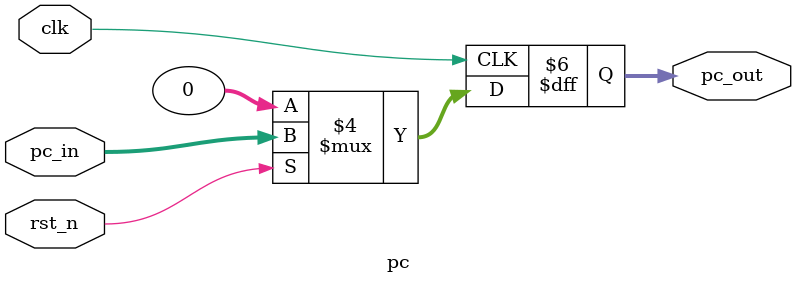
<source format=sv>
`include "timescale.svh"

module pc (
  input  logic clk         ,
  input  logic rst_n       ,
  input  logic [31:0] pc_in, 
  output logic [31:0] pc_out
);
  
  always_ff @(posedge clk) begin 
    if (!rst_n) begin 
      pc_out <= 0;
    end else begin 
      pc_out <= pc_in;
    end
  end

endmodule : pc
  

</source>
